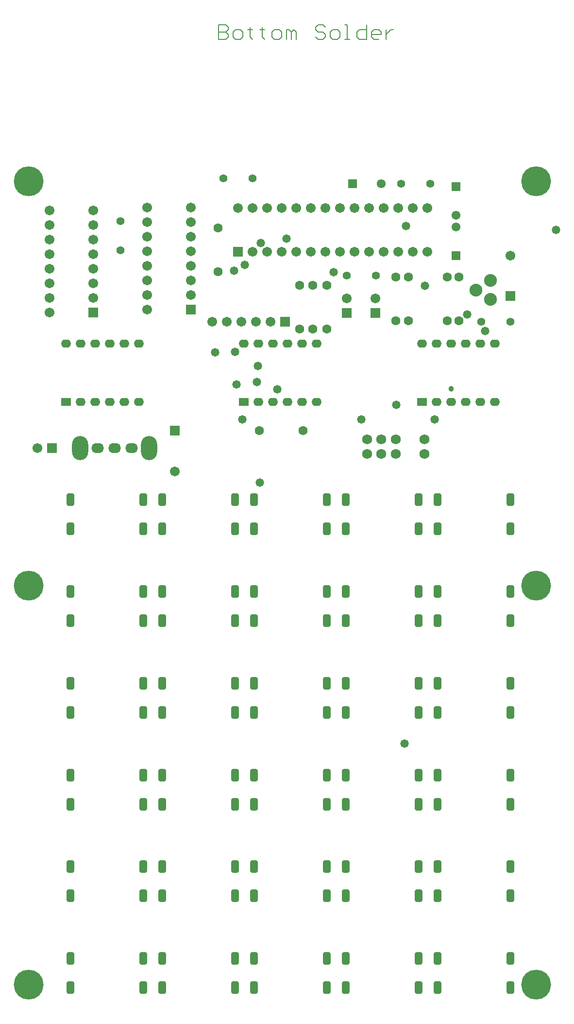
<source format=gbs>
%FSLAX25Y25*%
%MOIN*%
G70*
G01*
G75*
G04 Layer_Color=16711935*
%ADD10R,0.08858X0.01969*%
%ADD11R,0.13780X0.08071*%
%ADD12R,0.15748X0.08071*%
%ADD13C,0.01000*%
%ADD14C,0.04000*%
%ADD15C,0.01500*%
%ADD16C,0.02000*%
%ADD17C,0.02500*%
%ADD18C,0.00600*%
%ADD19C,0.05512*%
%ADD20C,0.05906*%
%ADD21R,0.05906X0.05906*%
%ADD22C,0.19685*%
%ADD23C,0.06000*%
%ADD24C,0.05315*%
%ADD25R,0.05315X0.05315*%
%ADD26R,0.05906X0.05906*%
%ADD27C,0.05906*%
%ADD28C,0.08000*%
%ADD29R,0.05906X0.05906*%
G04:AMPARAMS|DCode=30|XSize=47.24mil|YSize=80mil|CornerRadius=11.81mil|HoleSize=0mil|Usage=FLASHONLY|Rotation=0.000|XOffset=0mil|YOffset=0mil|HoleType=Round|Shape=RoundedRectangle|*
%AMROUNDEDRECTD30*
21,1,0.04724,0.05638,0,0,0.0*
21,1,0.02362,0.08000,0,0,0.0*
1,1,0.02362,0.01181,-0.02819*
1,1,0.02362,-0.01181,-0.02819*
1,1,0.02362,-0.01181,0.02819*
1,1,0.02362,0.01181,0.02819*
%
%ADD30ROUNDEDRECTD30*%
%ADD31R,0.05315X0.05315*%
%ADD32C,0.04724*%
%ADD33R,0.06000X0.04724*%
%ADD34O,0.06000X0.04724*%
%ADD35O,0.10236X0.15748*%
%ADD36O,0.07874X0.06000*%
%ADD37C,0.05000*%
%ADD38C,0.03000*%
%ADD39C,0.00800*%
%ADD40C,0.00787*%
%ADD41C,0.00984*%
%ADD42C,0.00500*%
%ADD43C,0.00984*%
%ADD44C,0.02362*%
%ADD45C,0.03386*%
%ADD46C,0.03000*%
%ADD47C,0.00799*%
%ADD48R,0.07480X0.03150*%
%ADD49R,0.09658X0.02769*%
%ADD50R,0.14579X0.08871*%
%ADD51R,0.16548X0.08871*%
%ADD52C,0.06312*%
%ADD53C,0.06706*%
%ADD54R,0.06706X0.06706*%
%ADD55C,0.20485*%
%ADD56C,0.06800*%
%ADD57C,0.06115*%
%ADD58R,0.06115X0.06115*%
%ADD59R,0.06706X0.06706*%
%ADD60C,0.06706*%
%ADD61C,0.08800*%
%ADD62R,0.06706X0.06706*%
G04:AMPARAMS|DCode=63|XSize=55.24mil|YSize=88mil|CornerRadius=15.81mil|HoleSize=0mil|Usage=FLASHONLY|Rotation=0.000|XOffset=0mil|YOffset=0mil|HoleType=Round|Shape=RoundedRectangle|*
%AMROUNDEDRECTD63*
21,1,0.05524,0.05638,0,0,0.0*
21,1,0.02362,0.08800,0,0,0.0*
1,1,0.03162,0.01181,-0.02819*
1,1,0.03162,-0.01181,-0.02819*
1,1,0.03162,-0.01181,0.02819*
1,1,0.03162,0.01181,0.02819*
%
%ADD63ROUNDEDRECTD63*%
%ADD64R,0.06115X0.06115*%
%ADD65C,0.05524*%
%ADD66R,0.06800X0.05524*%
%ADD67O,0.06800X0.05524*%
%ADD68O,0.11036X0.16548*%
%ADD69O,0.08674X0.06800*%
%ADD70C,0.05800*%
%ADD71C,0.03800*%
D18*
X140165Y684029D02*
Y674032D01*
X145164D01*
X146830Y675698D01*
Y677364D01*
X145164Y679031D01*
X140165D01*
X145164D01*
X146830Y680697D01*
Y682363D01*
X145164Y684029D01*
X140165D01*
X151828Y674032D02*
X155160D01*
X156827Y675698D01*
Y679031D01*
X155160Y680697D01*
X151828D01*
X150162Y679031D01*
Y675698D01*
X151828Y674032D01*
X161825Y682363D02*
Y680697D01*
X160159D01*
X163491D01*
X161825D01*
Y675698D01*
X163491Y674032D01*
X170156Y682363D02*
Y680697D01*
X168490D01*
X171822D01*
X170156D01*
Y675698D01*
X171822Y674032D01*
X178486D02*
X181819D01*
X183485Y675698D01*
Y679031D01*
X181819Y680697D01*
X178486D01*
X176820Y679031D01*
Y675698D01*
X178486Y674032D01*
X186817D02*
Y680697D01*
X188483D01*
X190149Y679031D01*
Y674032D01*
Y679031D01*
X191815Y680697D01*
X193481Y679031D01*
Y674032D01*
X213475Y682363D02*
X211809Y684029D01*
X208477D01*
X206810Y682363D01*
Y680697D01*
X208477Y679031D01*
X211809D01*
X213475Y677364D01*
Y675698D01*
X211809Y674032D01*
X208477D01*
X206810Y675698D01*
X218473Y674032D02*
X221806D01*
X223472Y675698D01*
Y679031D01*
X221806Y680697D01*
X218473D01*
X216807Y679031D01*
Y675698D01*
X218473Y674032D01*
X226804D02*
X230136D01*
X228470D01*
Y684029D01*
X226804D01*
X241799D02*
Y674032D01*
X236801D01*
X235135Y675698D01*
Y679031D01*
X236801Y680697D01*
X241799D01*
X250130Y674032D02*
X246798D01*
X245131Y675698D01*
Y679031D01*
X246798Y680697D01*
X250130D01*
X251796Y679031D01*
Y677364D01*
X245131D01*
X255128Y680697D02*
Y674032D01*
Y677364D01*
X256794Y679031D01*
X258460Y680697D01*
X260127D01*
D52*
X195866Y475157D02*
D03*
Y505158D02*
D03*
X139764Y514528D02*
D03*
Y544528D02*
D03*
X270622Y511063D02*
D03*
Y481063D02*
D03*
X261811Y511063D02*
D03*
Y481063D02*
D03*
X297244Y511063D02*
D03*
Y481063D02*
D03*
X305118Y511063D02*
D03*
Y481063D02*
D03*
X214567Y505157D02*
D03*
Y475157D02*
D03*
X198071Y405512D02*
D03*
X168071D02*
D03*
X204725Y505157D02*
D03*
Y475157D02*
D03*
D53*
X91299Y558622D02*
D03*
Y548622D02*
D03*
Y538622D02*
D03*
Y528622D02*
D03*
Y518622D02*
D03*
Y508622D02*
D03*
Y498622D02*
D03*
Y488622D02*
D03*
X121299Y558622D02*
D03*
Y548622D02*
D03*
Y538622D02*
D03*
Y528622D02*
D03*
Y518622D02*
D03*
Y508622D02*
D03*
Y498622D02*
D03*
X24370Y556654D02*
D03*
Y546654D02*
D03*
Y536654D02*
D03*
Y526654D02*
D03*
Y516654D02*
D03*
Y506654D02*
D03*
Y496654D02*
D03*
Y486654D02*
D03*
X54370Y556654D02*
D03*
Y546654D02*
D03*
Y536654D02*
D03*
Y526654D02*
D03*
Y516654D02*
D03*
Y506654D02*
D03*
Y496654D02*
D03*
D54*
X121299Y488622D02*
D03*
X54370Y486654D02*
D03*
D55*
X358268Y576772D02*
D03*
X9843D02*
D03*
X358268Y25591D02*
D03*
X9843D02*
D03*
Y299213D02*
D03*
X358268D02*
D03*
D56*
X242126Y389764D02*
D03*
X251969D02*
D03*
X261811D02*
D03*
X281496D02*
D03*
X251969Y399606D02*
D03*
X242126D02*
D03*
X261811D02*
D03*
X281496D02*
D03*
D57*
X303150Y553150D02*
D03*
Y545276D02*
D03*
X251969Y574803D02*
D03*
D58*
X303150Y572835D02*
D03*
Y525591D02*
D03*
D59*
X340551Y497835D02*
D03*
X228346Y486220D02*
D03*
X248032D02*
D03*
X110236Y405709D02*
D03*
X153504Y528307D02*
D03*
D60*
X340551Y525787D02*
D03*
X228346Y496220D02*
D03*
X248032D02*
D03*
X136024Y480315D02*
D03*
X146024D02*
D03*
X156024D02*
D03*
X166024D02*
D03*
X176024D02*
D03*
X110236Y377756D02*
D03*
X16000Y393701D02*
D03*
X163504Y528307D02*
D03*
X173504D02*
D03*
X183504D02*
D03*
X193504D02*
D03*
X203504D02*
D03*
X213504D02*
D03*
X223504D02*
D03*
X233504D02*
D03*
X243504D02*
D03*
X253504D02*
D03*
X263504D02*
D03*
X273504D02*
D03*
X283504D02*
D03*
X153504Y558307D02*
D03*
X163504D02*
D03*
X173504D02*
D03*
X183504D02*
D03*
X193504D02*
D03*
X203504D02*
D03*
X213504D02*
D03*
X223504D02*
D03*
X233504D02*
D03*
X243504D02*
D03*
X253504D02*
D03*
X263504D02*
D03*
X273504D02*
D03*
X283504D02*
D03*
D61*
X326772Y495468D02*
D03*
X316772Y501968D02*
D03*
X326772Y508468D02*
D03*
D62*
X186024Y480315D02*
D03*
X26000Y393701D02*
D03*
D63*
X290461Y338425D02*
D03*
X340461Y358425D02*
D03*
Y338425D02*
D03*
X290461Y358425D02*
D03*
X227469D02*
D03*
X277469Y338425D02*
D03*
Y358425D02*
D03*
X227469Y338425D02*
D03*
X164476D02*
D03*
X214476Y358425D02*
D03*
Y338425D02*
D03*
X164476Y358425D02*
D03*
X101484D02*
D03*
X151484Y338425D02*
D03*
Y358425D02*
D03*
X101484Y338425D02*
D03*
X38492D02*
D03*
X88492Y358425D02*
D03*
Y338425D02*
D03*
X38492Y358425D02*
D03*
Y43465D02*
D03*
X88492Y23465D02*
D03*
Y43465D02*
D03*
X38492Y23465D02*
D03*
X101484D02*
D03*
X151484Y43465D02*
D03*
Y23465D02*
D03*
X101484Y43465D02*
D03*
X164476D02*
D03*
X214476Y23465D02*
D03*
Y43465D02*
D03*
X164476Y23465D02*
D03*
X227469D02*
D03*
X277469Y43465D02*
D03*
Y23465D02*
D03*
X227469Y43465D02*
D03*
X290461D02*
D03*
X340461Y23465D02*
D03*
Y43465D02*
D03*
X290461Y23465D02*
D03*
X38492Y86457D02*
D03*
X88492Y106457D02*
D03*
Y86457D02*
D03*
X38492Y106457D02*
D03*
X101484D02*
D03*
X151484Y86457D02*
D03*
Y106457D02*
D03*
X101484Y86457D02*
D03*
X164476D02*
D03*
X214476Y106457D02*
D03*
Y86457D02*
D03*
X164476Y106457D02*
D03*
X227469D02*
D03*
X277469Y86457D02*
D03*
Y106457D02*
D03*
X227469Y86457D02*
D03*
X290461D02*
D03*
X340461Y106457D02*
D03*
Y86457D02*
D03*
X290461Y106457D02*
D03*
X38492Y169449D02*
D03*
X88492Y149449D02*
D03*
Y169449D02*
D03*
X38492Y149449D02*
D03*
X101484D02*
D03*
X151484Y169449D02*
D03*
Y149449D02*
D03*
X101484Y169449D02*
D03*
X164476D02*
D03*
X214476Y149449D02*
D03*
Y169449D02*
D03*
X164476Y149449D02*
D03*
X227469D02*
D03*
X277469Y169449D02*
D03*
Y149449D02*
D03*
X227469Y169449D02*
D03*
X290461D02*
D03*
X340461Y149449D02*
D03*
Y169449D02*
D03*
X290461Y149449D02*
D03*
X38492Y212441D02*
D03*
X88492Y232441D02*
D03*
Y212441D02*
D03*
X38492Y232441D02*
D03*
X101484D02*
D03*
X151484Y212441D02*
D03*
Y232441D02*
D03*
X101484Y212441D02*
D03*
X164476D02*
D03*
X214476Y232441D02*
D03*
Y212441D02*
D03*
X164476Y232441D02*
D03*
X227469D02*
D03*
X277469Y212441D02*
D03*
Y232441D02*
D03*
X227469Y212441D02*
D03*
X290461D02*
D03*
X340461Y232441D02*
D03*
Y212441D02*
D03*
X290461Y232441D02*
D03*
X38492Y295433D02*
D03*
X88492Y275433D02*
D03*
Y295433D02*
D03*
X38492Y275433D02*
D03*
X101484D02*
D03*
X151484Y295433D02*
D03*
Y275433D02*
D03*
X101484Y295433D02*
D03*
X164476D02*
D03*
X214476Y275433D02*
D03*
Y295433D02*
D03*
X164476Y275433D02*
D03*
X227469D02*
D03*
X277469Y295433D02*
D03*
Y275433D02*
D03*
X227469Y295433D02*
D03*
X290461D02*
D03*
X340461Y275433D02*
D03*
Y295433D02*
D03*
X290461Y275433D02*
D03*
D64*
X232284Y574803D02*
D03*
D65*
X320709Y480315D02*
D03*
X340709D02*
D03*
X163543Y578740D02*
D03*
X143543D02*
D03*
X265591Y574803D02*
D03*
X285591D02*
D03*
X248189Y511811D02*
D03*
X228189D02*
D03*
X72835Y529370D02*
D03*
Y549370D02*
D03*
D66*
X35433Y425197D02*
D03*
X157480D02*
D03*
X280031D02*
D03*
D67*
X45433D02*
D03*
X55433D02*
D03*
X65433D02*
D03*
X75433D02*
D03*
X85433D02*
D03*
X35433Y465197D02*
D03*
X45433D02*
D03*
X55433D02*
D03*
X65433D02*
D03*
X75433D02*
D03*
X85433D02*
D03*
X167480Y425197D02*
D03*
X177480D02*
D03*
X187480D02*
D03*
X197480D02*
D03*
X207480D02*
D03*
X157480Y465197D02*
D03*
X167480D02*
D03*
X177480D02*
D03*
X187480D02*
D03*
X197480D02*
D03*
X207480D02*
D03*
X290031Y425197D02*
D03*
X300031D02*
D03*
X310031D02*
D03*
X320031D02*
D03*
X330031D02*
D03*
X280031Y465197D02*
D03*
X290031D02*
D03*
X300031D02*
D03*
X310031D02*
D03*
X320031D02*
D03*
X330031D02*
D03*
D68*
X92520Y393701D02*
D03*
X45276D02*
D03*
D69*
X80709D02*
D03*
X68898D02*
D03*
X57087D02*
D03*
D70*
X238189Y413386D02*
D03*
X282000Y504800D02*
D03*
X137900Y459300D02*
D03*
X158100Y519300D02*
D03*
X156500Y413200D02*
D03*
X269000Y546100D02*
D03*
X219100Y514400D02*
D03*
X310900Y485400D02*
D03*
X262100Y423300D02*
D03*
X168500Y369800D02*
D03*
X166500Y438900D02*
D03*
X180400Y434000D02*
D03*
X152500Y437300D02*
D03*
X323200Y473800D02*
D03*
X372047Y543307D02*
D03*
X288622Y413386D02*
D03*
X268000Y190945D02*
D03*
X167323Y449803D02*
D03*
X150808Y515198D02*
D03*
X151575Y459646D02*
D03*
X169291Y534449D02*
D03*
X187008Y537402D02*
D03*
D71*
X300031Y434400D02*
D03*
M02*

</source>
